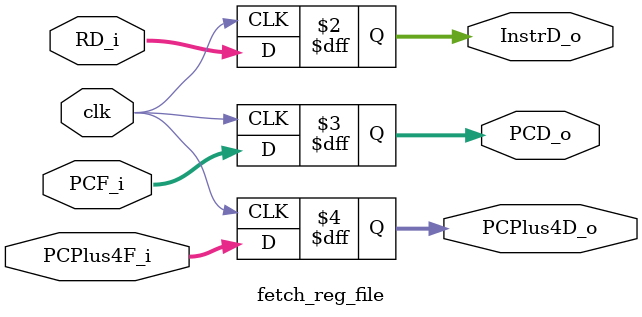
<source format=sv>
module fetch_reg_file #(
    parameter DATA_WIDTH = 32
)(
    input logic                         clk,
    input logic [DATA_WIDTH-1:0]        RD_i,
    input logic [DATA_WIDTH-1:0]        PCF_i,
    input logic [DATA_WIDTH-1:0]        PCPlus4F_i,

    output logic [DATA_WIDTH-1:0]       InstrD_o,
    output logic [DATA_WIDTH-1:0]       PCD_o,
    output logic [DATA_WIDTH-1:0]       PCPlus4D_o
);

always_ff @(posedge clk) begin
    InstrD_o <= RD_i;
    PCD_o <= PCF_i;
    PCPlus4D_o <= PCPlus4F_i;
end

endmodule
</source>
